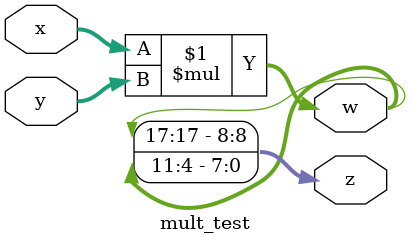
<source format=v>
module mult_test(x,y,z,w);

	//1 sign bit + 4 integer bits + 4 decimal bits
	input  signed [8:0] x, y;
	output signed [17:0] w;
	output signed [8:0] z;
		
	assign w = x*y;
	assign z = {w[17],w[11:4]};

endmodule

</source>
